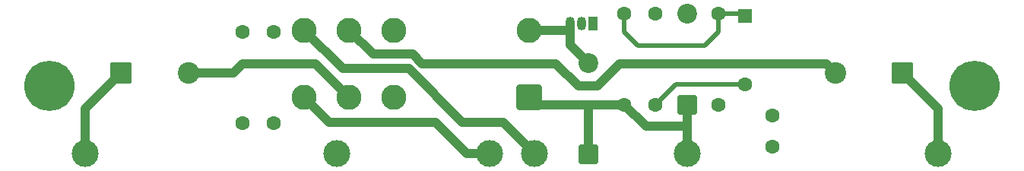
<source format=gtl>
%TF.GenerationSoftware,KiCad,Pcbnew,9.0.2-9.0.2-0~ubuntu22.04.1*%
%TF.CreationDate,2025-06-09T10:54:34+02:00*%
%TF.ProjectId,safety_board_Rev-A,73616665-7479-45f6-926f-6172645f5265,rev?*%
%TF.SameCoordinates,Original*%
%TF.FileFunction,Copper,L1,Top*%
%TF.FilePolarity,Positive*%
%FSLAX46Y46*%
G04 Gerber Fmt 4.6, Leading zero omitted, Abs format (unit mm)*
G04 Created by KiCad (PCBNEW 9.0.2-9.0.2-0~ubuntu22.04.1) date 2025-06-09 10:54:34*
%MOMM*%
%LPD*%
G01*
G04 APERTURE LIST*
G04 Aperture macros list*
%AMRoundRect*
0 Rectangle with rounded corners*
0 $1 Rounding radius*
0 $2 $3 $4 $5 $6 $7 $8 $9 X,Y pos of 4 corners*
0 Add a 4 corners polygon primitive as box body*
4,1,4,$2,$3,$4,$5,$6,$7,$8,$9,$2,$3,0*
0 Add four circle primitives for the rounded corners*
1,1,$1+$1,$2,$3*
1,1,$1+$1,$4,$5*
1,1,$1+$1,$6,$7*
1,1,$1+$1,$8,$9*
0 Add four rect primitives between the rounded corners*
20,1,$1+$1,$2,$3,$4,$5,0*
20,1,$1+$1,$4,$5,$6,$7,0*
20,1,$1+$1,$6,$7,$8,$9,0*
20,1,$1+$1,$8,$9,$2,$3,0*%
G04 Aperture macros list end*
%TA.AperFunction,ComponentPad*%
%ADD10C,1.600000*%
%TD*%
%TA.AperFunction,ComponentPad*%
%ADD11C,3.600000*%
%TD*%
%TA.AperFunction,ConnectorPad*%
%ADD12C,5.600000*%
%TD*%
%TA.AperFunction,ComponentPad*%
%ADD13RoundRect,0.250000X-0.550000X0.550000X-0.550000X-0.550000X0.550000X-0.550000X0.550000X0.550000X0*%
%TD*%
%TA.AperFunction,ComponentPad*%
%ADD14R,1.050000X1.500000*%
%TD*%
%TA.AperFunction,ComponentPad*%
%ADD15O,1.050000X1.500000*%
%TD*%
%TA.AperFunction,ComponentPad*%
%ADD16C,2.800000*%
%TD*%
%TA.AperFunction,ComponentPad*%
%ADD17RoundRect,0.250000X1.150000X1.150000X-1.150000X1.150000X-1.150000X-1.150000X1.150000X-1.150000X0*%
%TD*%
%TA.AperFunction,ComponentPad*%
%ADD18C,3.000000*%
%TD*%
%TA.AperFunction,ComponentPad*%
%ADD19RoundRect,0.249999X0.850001X-0.850001X0.850001X0.850001X-0.850001X0.850001X-0.850001X-0.850001X0*%
%TD*%
%TA.AperFunction,ComponentPad*%
%ADD20C,2.200000*%
%TD*%
%TA.AperFunction,ComponentPad*%
%ADD21RoundRect,0.250001X-0.949999X-0.949999X0.949999X-0.949999X0.949999X0.949999X-0.949999X0.949999X0*%
%TD*%
%TA.AperFunction,ComponentPad*%
%ADD22C,2.400000*%
%TD*%
%TA.AperFunction,ComponentPad*%
%ADD23RoundRect,0.250001X0.949999X0.949999X-0.949999X0.949999X-0.949999X-0.949999X0.949999X-0.949999X0*%
%TD*%
%TA.AperFunction,Conductor*%
%ADD24C,1.000000*%
%TD*%
%TA.AperFunction,Conductor*%
%ADD25C,0.500000*%
%TD*%
G04 APERTURE END LIST*
D10*
%TO.P,R5,2*%
%TO.N,Net-(D2-K)*%
X173000000Y-94420000D03*
%TO.P,R5,1*%
%TO.N,Net-(D4-A)*%
X173000000Y-104580000D03*
%TD*%
D11*
%TO.P,H2,1,1*%
%TO.N,GND*%
X98500000Y-102500000D03*
D12*
X98500000Y-102500000D03*
%TD*%
D11*
%TO.P,H1,1,1*%
%TO.N,GND*%
X201500000Y-102500000D03*
D12*
X201500000Y-102500000D03*
%TD*%
D13*
%TO.P,D2,1,K*%
%TO.N,Net-(D2-K)*%
X176000000Y-94690000D03*
D10*
%TO.P,D2,2,A*%
%TO.N,Net-(D2-A)*%
X176000000Y-102310000D03*
%TD*%
%TO.P,R4,1*%
%TO.N,GND*%
X166000000Y-94420000D03*
%TO.P,R4,2*%
%TO.N,Net-(D2-A)*%
X166000000Y-104580000D03*
%TD*%
%TO.P,R3,1*%
%TO.N,Net-(D1-K)*%
X162500000Y-104580000D03*
%TO.P,R3,2*%
%TO.N,Net-(D2-K)*%
X162500000Y-94420000D03*
%TD*%
%TO.P,R2,1*%
%TO.N,Net-(K1-Pad22)*%
X123500000Y-96420000D03*
%TO.P,R2,2*%
%TO.N,GND*%
X123500000Y-106580000D03*
%TD*%
%TO.P,R1,1*%
%TO.N,Net-(K1-Pad12)*%
X120000000Y-96420000D03*
%TO.P,R1,2*%
%TO.N,GND*%
X120000000Y-106580000D03*
%TD*%
D14*
%TO.P,Q1,1,S*%
%TO.N,GND*%
X159000000Y-95500000D03*
D15*
%TO.P,Q1,2,G*%
%TO.N,Net-(D2-A)*%
X157730000Y-95500000D03*
%TO.P,Q1,3,D*%
%TO.N,Net-(D1-A)*%
X156460000Y-95500000D03*
%TD*%
D16*
%TO.P,K1,11*%
%TO.N,Net-(C6-Pad2)*%
X131877795Y-103750000D03*
%TO.P,K1,12*%
%TO.N,Net-(K1-Pad12)*%
X136877795Y-103750000D03*
%TO.P,K1,14*%
%TO.N,Net-(J9-Pin_1)*%
X126877795Y-103750000D03*
%TO.P,K1,21*%
%TO.N,Net-(C2-Pad2)*%
X131877795Y-96250000D03*
%TO.P,K1,22*%
%TO.N,Net-(K1-Pad22)*%
X136877795Y-96250000D03*
%TO.P,K1,24*%
%TO.N,Net-(J8-Pin_1)*%
X126877795Y-96250000D03*
D17*
%TO.P,K1,A1*%
%TO.N,Net-(D1-K)*%
X151877795Y-103750000D03*
D16*
%TO.P,K1,A2*%
%TO.N,Net-(D1-A)*%
X151877795Y-96250000D03*
%TD*%
D18*
%TO.P,J9,1,Pin_1*%
%TO.N,Net-(J9-Pin_1)*%
X147500000Y-110000000D03*
%TD*%
%TO.P,J8,1,Pin_1*%
%TO.N,Net-(J8-Pin_1)*%
X152500000Y-110000000D03*
%TD*%
%TO.P,J6,1,Pin_1*%
%TO.N,GND*%
X130500000Y-110000000D03*
%TD*%
%TO.P,J4,1,Pin_1*%
%TO.N,Net-(J4-Pin_1)*%
X197500000Y-110000000D03*
%TD*%
%TO.P,J2,1,Pin_1*%
%TO.N,Net-(J2-Pin_1)*%
X102500000Y-110000000D03*
%TD*%
%TO.P,J1,1,Pin_1*%
%TO.N,Net-(D1-K)*%
X169500000Y-110000000D03*
%TD*%
D19*
%TO.P,D4,1,K*%
%TO.N,Net-(D1-K)*%
X169500000Y-104580000D03*
D20*
%TO.P,D4,2,A*%
%TO.N,Net-(D4-A)*%
X169500000Y-94420000D03*
%TD*%
D19*
%TO.P,D1,1,K*%
%TO.N,Net-(D1-K)*%
X158500000Y-110080000D03*
D20*
%TO.P,D1,2,A*%
%TO.N,Net-(D1-A)*%
X158500000Y-99920000D03*
%TD*%
D21*
%TO.P,C6,1*%
%TO.N,Net-(J2-Pin_1)*%
X106487246Y-101000000D03*
D22*
%TO.P,C6,2*%
%TO.N,Net-(C6-Pad2)*%
X113987246Y-101000000D03*
%TD*%
D23*
%TO.P,C2,1*%
%TO.N,Net-(J4-Pin_1)*%
X193512755Y-101000000D03*
D22*
%TO.P,C2,2*%
%TO.N,Net-(C2-Pad2)*%
X186012755Y-101000000D03*
%TD*%
D10*
%TO.P,C1,1*%
%TO.N,Net-(D2-K)*%
X179000000Y-105750000D03*
%TO.P,C1,2*%
%TO.N,GND*%
X179000000Y-109250000D03*
%TD*%
D24*
%TO.N,Net-(D1-K)*%
X169500000Y-107000000D02*
X169500000Y-104580000D01*
%TO.N,Net-(C2-Pad2)*%
X131877795Y-96250000D02*
X134563898Y-98936102D01*
X134563898Y-98936102D02*
X138936102Y-98936102D01*
X138936102Y-98936102D02*
X140000000Y-100000000D01*
X154875000Y-100000000D02*
X157375000Y-102500000D01*
X157375000Y-102500000D02*
X159500000Y-102500000D01*
X140000000Y-100000000D02*
X154875000Y-100000000D01*
X159500000Y-102500000D02*
X162000000Y-100000000D01*
X162000000Y-100000000D02*
X185012755Y-100000000D01*
X185012755Y-100000000D02*
X186012755Y-101000000D01*
%TO.N,Net-(D1-K)*%
X158500000Y-110080000D02*
X158500000Y-104580000D01*
X158500000Y-104580000D02*
X156500000Y-104580000D01*
%TO.N,Net-(D1-A)*%
X158500000Y-99920000D02*
X156500000Y-97920000D01*
X156500000Y-97920000D02*
X156500000Y-96500000D01*
D25*
%TO.N,Net-(D2-K)*%
X173000000Y-94420000D02*
X173000000Y-96500000D01*
X173000000Y-96500000D02*
X171500000Y-98000000D01*
X171500000Y-98000000D02*
X164000000Y-98000000D01*
X164000000Y-98000000D02*
X162500000Y-96500000D01*
X162500000Y-96500000D02*
X162500000Y-94420000D01*
D24*
%TO.N,Net-(D1-K)*%
X162500000Y-104580000D02*
X156500000Y-104580000D01*
X156500000Y-104580000D02*
X152707795Y-104580000D01*
X152707795Y-104580000D02*
X151877795Y-103750000D01*
X169500000Y-110000000D02*
X169500000Y-107000000D01*
X162500000Y-104580000D02*
X164920000Y-107000000D01*
X164920000Y-107000000D02*
X169500000Y-107000000D01*
%TO.N,Net-(D1-A)*%
X156250000Y-96250000D02*
X156500000Y-96500000D01*
X151877795Y-96250000D02*
X156250000Y-96250000D01*
X156500000Y-96500000D02*
X156500000Y-95540000D01*
X156500000Y-95540000D02*
X156460000Y-95500000D01*
%TO.N,Net-(J9-Pin_1)*%
X145000000Y-110000000D02*
X147500000Y-110000000D01*
%TO.N,Net-(J8-Pin_1)*%
X126877795Y-96250000D02*
X131127795Y-100500000D01*
X131127795Y-100500000D02*
X138500000Y-100500000D01*
X138500000Y-100500000D02*
X144500000Y-106500000D01*
X144500000Y-106500000D02*
X149000000Y-106500000D01*
X149000000Y-106500000D02*
X152500000Y-110000000D01*
D25*
%TO.N,Net-(D2-K)*%
X173000000Y-94420000D02*
X175730000Y-94420000D01*
X175730000Y-94420000D02*
X176000000Y-94690000D01*
%TO.N,Net-(D2-A)*%
X176000000Y-102310000D02*
X168270000Y-102310000D01*
X168270000Y-102310000D02*
X166000000Y-104580000D01*
D24*
%TO.N,Net-(J4-Pin_1)*%
X197500000Y-110000000D02*
X197500000Y-104987245D01*
X197500000Y-104987245D02*
X193512755Y-101000000D01*
%TO.N,Net-(J2-Pin_1)*%
X102500000Y-110000000D02*
X102500000Y-104987246D01*
X102500000Y-104987246D02*
X106487246Y-101000000D01*
%TO.N,Net-(J9-Pin_1)*%
X126877795Y-103750000D02*
X129627795Y-106500000D01*
X129627795Y-106500000D02*
X141500000Y-106500000D01*
X141500000Y-106500000D02*
X145000000Y-110000000D01*
%TO.N,Net-(C6-Pad2)*%
X119000000Y-101000000D02*
X120000000Y-100000000D01*
X113987246Y-101000000D02*
X119000000Y-101000000D01*
X120000000Y-100000000D02*
X128127795Y-100000000D01*
X128127795Y-100000000D02*
X131877795Y-103750000D01*
%TD*%
M02*

</source>
